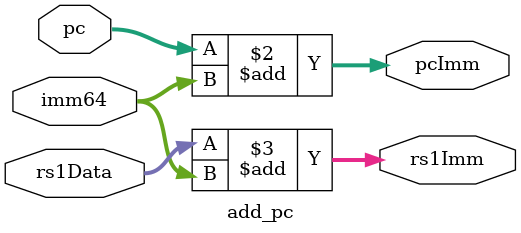
<source format=v>
module add_pc(
//    input [31: 0] pc,
//    input [31: 0] imm32,
//    input [31: 0] rs1Data,
    input [63: 0] pc,
    input [63: 0] imm64,
    input [63: 0] rs1Data,

//    output reg [31: 0] pcImm,
//    output reg [31: 0] rs1Imm
    output reg [63: 0] pcImm,
    output reg [63: 0] rs1Imm
);

always @(*) begin
    pcImm = pc + imm64;
    rs1Imm = rs1Data + imm64;
end
endmodule
</source>
